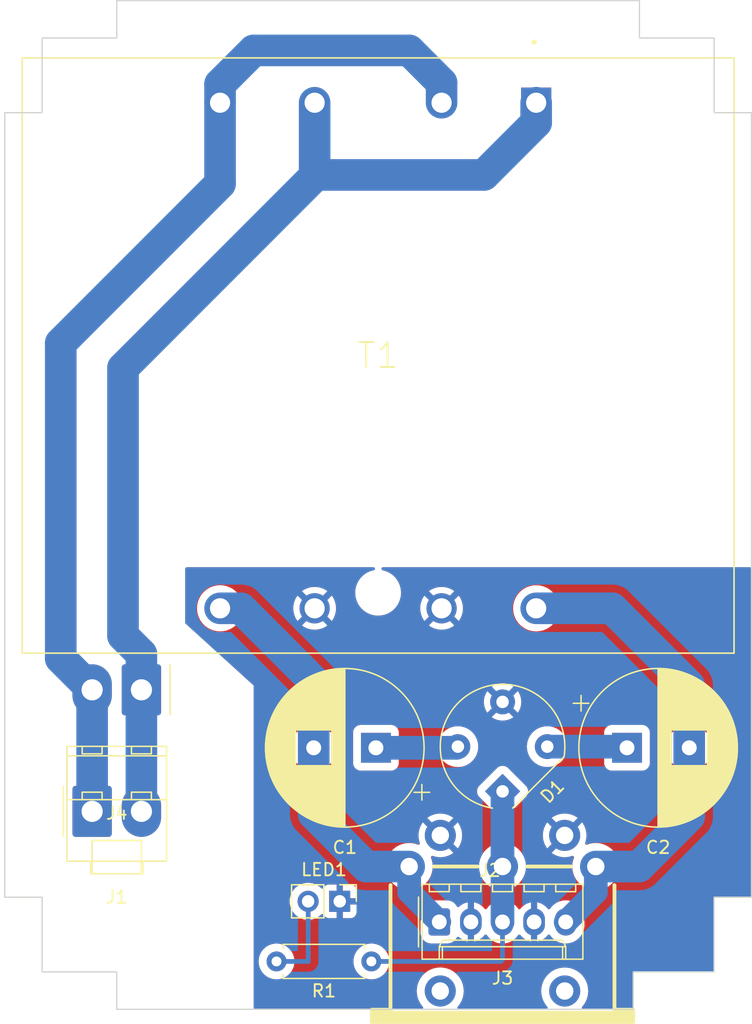
<source format=kicad_pcb>
(kicad_pcb (version 20221018) (generator pcbnew)
  (layers (0 "F.Cu" signal) (31 "B.Cu" signal) (34 "B.Paste" user) (35 "F.Paste" user) (36 "B.SilkS" user "B.Silkscreen") (37 "F.SilkS" user "F.Silkscreen") (38 "B.Mask" user) (39 "F.Mask" user) (44 "Edge.Cuts" user))
  (net 0 "")
  (net 1 "Net-(C1-Pad1)")
  (net 2 "Net-(J2-Pin_1)")
  (net 3 "Net-(C2-Pad1)")
  (net 4 "Net-(J2-Pin_5)")
  (net 5 "GND")
  (net 6 "Net-(D1-+)")
  (net 7 "Net-(J1-Pin_1)")
  (net 8 "Net-(J1-Pin_2)")
  (net 9 "Net-(LED1-Pin_2)")
  (footprint "Connector_PinHeader_2.54mm:PinHeader_1x02_P2.54mm_Vertical" (layer "F.Cu") (at 89.916 100.33 -90)
    (fp_text reference "LED1" (at -2.54 1.265) (layer "F.SilkS"))
    (fp_text value "Conn_01x02")
    (pad "1" thru_hole rect (at 0 0 270) (size 1.7 1.7) (drill 1) (layers "*.Cu" "*.Mask") (net 5 "GND"))
    (pad "2" thru_hole oval (at 0 2.54 270) (size 1.7 1.7) (drill 1) (layers "*.Cu" "*.Mask") (net 9 "Net-(LED1-Pin_2)"))
  )
  (footprint "TRS-80-M3-VID:MIDI_DIN5" (layer "F.Cu") (at 102.99374 100.53339)
    (fp_text reference "J3" (at 0.00626 5.96661) (layer "F.SilkS"))
    (fp_text value "DIN5" hide)
    (pad "" np_thru_hole circle (at -5.00126 6.9977) (size 2.49936 2.49936) (drill 1.397) (layers "F&B.Cu" "*.Mask"))
    (pad "" np_thru_hole circle (at 5.00126 6.9977) (size 2.49936 2.49936) (drill 1.397) (layers "F&B.Cu" "*.Mask"))
    (pad "1" thru_hole circle (at 7.49808 -2.9972) (size 2.49936 2.49936) (drill 1.397) (layers "*.Cu" "*.Mask") (net 4 "Net-(J2-Pin_5)"))
    (pad "2" thru_hole circle (at 0 -2.99974) (size 2.49936 2.49936) (drill 1.397) (layers "*.Cu" "*.Mask") (net 6 "Net-(D1-+)"))
    (pad "3" thru_hole circle (at -7.49808 -2.9972) (size 2.49936 2.49936) (drill 1.397) (layers "*.Cu" "*.Mask") (net 2 "Net-(J2-Pin_1)"))
    (pad "4" thru_hole circle (at 4.99618 -5.4991) (size 2.49936 2.49936) (drill 1.397) (layers "*.Cu" "*.Mask") (net 5 "GND"))
    (pad "5" thru_hole circle (at -4.99618 -5.4991) (size 2.49936 2.49936) (drill 1.397) (layers "*.Cu" "*.Mask") (net 5 "GND"))
  )
  (footprint "Capacitor_THT:CP_Radial_D12.5mm_P5.00mm" (layer "F.Cu") (at 92.823959 88 180)
    (fp_text reference "C1" (at 2.5 -8) (layer "F.SilkS"))
    (fp_text value "2200u")
    (pad "1" thru_hole rect (at 0 0 180) (size 2.4 2.4) (drill 1.2) (layers "*.Cu" "*.Mask") (net 1 "Net-(C1-Pad1)"))
    (pad "2" thru_hole circle (at 5 0 180) (size 2.4 2.4) (drill 1.2) (layers "*.Cu" "*.Mask") (net 2 "Net-(J2-Pin_1)"))
  )
  (footprint "Connector_Molex:Molex_KK-396_A-41791-0002_1x02_P3.96mm_Vertical" (layer "F.Cu") (at 70.02 93.105)
    (fp_text reference "J1" (at 1.98 6.88) (layer "F.SilkS"))
    (fp_text value "Conn_01x02")
    (pad "1" thru_hole roundrect (at 0 0) (size 3.16 4.1) (drill 1.7) (layers "*.Cu" "*.Mask") (roundrect_rratio 0.079114) (net 7 "Net-(J1-Pin_1)"))
    (pad "2" thru_hole oval (at 3.96 0) (size 3.16 4.1) (drill 1.7) (layers "*.Cu" "*.Mask") (net 8 "Net-(J1-Pin_2)"))
  )
  (footprint "Connector_Molex:Molex_KK-396_A-41792-0002_1x02_P3.96mm_Horizontal" (layer "F.Cu") (at 73.98 83.345 180)
    (fp_text reference "J4" (at 1.98 -9.91) (layer "F.SilkS"))
    (fp_text value "Conn_01x02")
    (pad "1" thru_hole roundrect (at 0 0 180) (size 3.16 4.1) (drill 1.7) (layers "*.Cu" "*.Mask") (roundrect_rratio 0.079114) (net 8 "Net-(J1-Pin_2)"))
    (pad "2" thru_hole oval (at 3.96 0 180) (size 3.16 4.1) (drill 1.7) (layers "*.Cu" "*.Mask") (net 7 "Net-(J1-Pin_1)"))
  )
  (footprint "Diode_THT:Diode_Bridge_Round_D9.8mm" (layer "F.Cu") (at 103 91.5 135)
    (fp_text reference "D1" (at -2.828427 2.828427 45) (layer "F.SilkS"))
    (fp_text value "B40C800G" hide)
    (pad "1" thru_hole rect (at 0 0 135) (size 2 2) (drill 1) (layers "*.Cu" "*.Mask") (net 6 "Net-(D1-+)"))
    (pad "2" thru_hole oval (at 0 5.08 135) (size 2 2) (drill 1) (layers "*.Cu" "*.Mask") (net 3 "Net-(C2-Pad1)"))
    (pad "3" thru_hole oval (at 5.08 5.08 135) (size 2 2) (drill 1) (layers "*.Cu" "*.Mask") (net 5 "GND"))
    (pad "4" thru_hole oval (at 5.08 0 135) (size 2 2) (drill 1) (layers "*.Cu" "*.Mask") (net 1 "Net-(C1-Pad1)"))
  )
  (footprint "Resistor_THT:R_Axial_DIN0207_L6.3mm_D2.5mm_P7.62mm_Horizontal" (layer "F.Cu") (at 92.456 105.156 180)
    (fp_text reference "R1" (at 3.81 -2.37) (layer "F.SilkS"))
    (fp_text value "1.5k")
    (pad "1" thru_hole circle (at 0 0 180) (size 1.6 1.6) (drill 0.8) (layers "*.Cu" "*.Mask") (net 6 "Net-(D1-+)"))
    (pad "2" thru_hole oval (at 7.62 0 180) (size 1.6 1.6) (drill 0.8) (layers "*.Cu" "*.Mask") (net 9 "Net-(LED1-Pin_2)"))
  )
  (footprint "Capacitor_THT:CP_Radial_D12.5mm_P5.00mm" (layer "F.Cu") (at 113 88)
    (fp_text reference "C2" (at 2.5 8) (layer "F.SilkS"))
    (fp_text value "2200u")
    (pad "1" thru_hole rect (at 0 0) (size 2.4 2.4) (drill 1.2) (layers "*.Cu" "*.Mask") (net 3 "Net-(C2-Pad1)"))
    (pad "2" thru_hole circle (at 5 0) (size 2.4 2.4) (drill 1.2) (layers "*.Cu" "*.Mask") (net 4 "Net-(J2-Pin_5)"))
  )
  (footprint "M1PSX3:XFMR_DST-6-16" (layer "F.Cu") (at 93 56.5 -90)
    (fp_text reference "T1" (at 0 0) (layer "F.SilkS") (effects (font (size 2 2))))
    (fp_text value "DST-6-16")
    (pad "" np_thru_hole circle (at -19.05 0 270) (size 3.175 3.175) (drill 3.175) (layers "*.Cu" "*.Mask"))
    (pad "" np_thru_hole circle (at 19.05 0 270) (size 3.175 3.175) (drill 3.175) (layers "*.Cu" "*.Mask"))
    (pad "1" thru_hole rect (at -20.3 -12.7 270) (size 2.43 2.43) (drill 1.62) (layers "*.Cu" "*.Mask") (net 8 "Net-(J1-Pin_2)"))
    (pad "2" thru_hole circle (at -20.3 -5.1 270) (size 2.43 2.43) (drill 1.62) (layers "*.Cu" "*.Mask") (net 7 "Net-(J1-Pin_1)"))
    (pad "3" thru_hole circle (at -20.3 5.1 270) (size 2.43 2.43) (drill 1.62) (layers "*.Cu" "*.Mask") (net 8 "Net-(J1-Pin_2)"))
    (pad "4" thru_hole circle (at -20.3 12.7 270) (size 2.43 2.43) (drill 1.62) (layers "*.Cu" "*.Mask") (net 7 "Net-(J1-Pin_1)"))
    (pad "5" thru_hole circle (at 20.3 -12.7 270) (size 2.43 2.43) (drill 1.62) (layers "*.Cu" "*.Mask") (net 4 "Net-(J2-Pin_5)"))
    (pad "6" thru_hole circle (at 20.3 -5.1 270) (size 2.43 2.43) (drill 1.62) (layers "*.Cu" "*.Mask") (net 5 "GND"))
    (pad "7" thru_hole circle (at 20.3 5.1 270) (size 2.43 2.43) (drill 1.62) (layers "*.Cu" "*.Mask") (net 5 "GND"))
    (pad "8" thru_hole circle (at 20.3 12.7 270) (size 2.43 2.43) (drill 1.62) (layers "*.Cu" "*.Mask") (net 2 "Net-(J2-Pin_1)"))
  )
  (footprint "Connector_Molex:Molex_KK-254_AE-6410-05A_1x05_P2.54mm_Vertical" (layer "F.Cu") (at 97.913755 101.985)
    (fp_text reference "J2" (at 4.075 -4.135) (layer "F.SilkS"))
    (fp_text value "1x5")
    (pad "1" thru_hole roundrect (at 0 0) (size 1.74 2.19) (drill 1.19) (layers "*.Cu" "*.Mask") (roundrect_rratio 0.143678) (net 2 "Net-(J2-Pin_1)"))
    (pad "2" thru_hole oval (at 2.54 0) (size 1.74 2.19) (drill 1.19) (layers "*.Cu" "*.Mask") (net 5 "GND"))
    (pad "3" thru_hole oval (at 5.08 0) (size 1.74 2.19) (drill 1.19) (layers "*.Cu" "*.Mask") (net 6 "Net-(D1-+)"))
    (pad "4" thru_hole oval (at 7.62 0) (size 1.74 2.19) (drill 1.19) (layers "*.Cu" "*.Mask") (net 5 "GND"))
    (pad "5" thru_hole oval (at 10.16 0) (size 1.74 2.19) (drill 1.19) (layers "*.Cu" "*.Mask") (net 4 "Net-(J2-Pin_5)"))
  )
  (gr_line (start 66 100) (end 66 106) (stroke (width 0.1)) (layer "Edge.Cuts"))
  (gr_line (start 72 31) (end 72 28) (stroke (width 0.1)) (layer "Edge.Cuts"))
  (gr_line (start 114 28) (end 114 31) (stroke (width 0.1)) (layer "Edge.Cuts"))
  (gr_line (start 113.5 109) (end 72 109) (stroke (width 0.1)) (layer "Edge.Cuts"))
  (gr_line (start 66 100) (end 63 100) (stroke (width 0.1)) (layer "Edge.Cuts"))
  (gr_line (start 66 31) (end 66 37) (stroke (width 0.1)) (layer "Edge.Cuts"))
  (gr_line (start 120 31) (end 120 37) (stroke (width 0.1)) (layer "Edge.Cuts"))
  (gr_line (start 114 31) (end 120 31) (stroke (width 0.1)) (layer "Edge.Cuts"))
  (gr_line (start 123 37) (end 120 37) (stroke (width 0.1)) (layer "Edge.Cuts"))
  (gr_line (start 120 106) (end 113.5 106) (stroke (width 0.1)) (layer "Edge.Cuts"))
  (gr_line (start 72 106) (end 66 106) (stroke (width 0.1)) (layer "Edge.Cuts"))
  (gr_line (start 120 100) (end 120 106) (stroke (width 0.1)) (layer "Edge.Cuts"))
  (gr_line (start 72 109) (end 72 106) (stroke (width 0.1)) (layer "Edge.Cuts"))
  (gr_line (start 66 37) (end 63 37) (stroke (width 0.1)) (layer "Edge.Cuts"))
  (gr_line (start 123 100) (end 120 100) (stroke (width 0.1)) (layer "Edge.Cuts"))
  (gr_line (start 63 100) (end 63 37) (stroke (width 0.1)) (layer "Edge.Cuts"))
  (gr_line (start 72 28) (end 114 28) (stroke (width 0.1)) (layer "Edge.Cuts"))
  (gr_line (start 123 37) (end 123 100) (stroke (width 0.1)) (layer "Edge.Cuts"))
  (gr_line (start 113.5 109) (end 113.5 106) (stroke (width 0.1)) (layer "Edge.Cuts"))
  (gr_line (start 66 31) (end 72 31) (stroke (width 0.1)) (layer "Edge.Cuts"))
  (segment (start 92.823959 88) (end 99.315796 88) (width 1.905) (layer "B.Cu") (net 1))
  (segment (start 99.315796 88) (end 99.407898 87.907898) (width 1.905) (layer "B.Cu") (net 1))
  (segment (start 92.03619 97.53619) (end 95.49566 97.53619) (width 2.54) (layer "B.Cu") (net 2))
  (segment (start 95.49566 97.53619) (end 95.49566 99.566905) (width 1.905) (layer "B.Cu") (net 2))
  (segment (start 87.823959 82.647918) (end 87.823959 88) (width 2.54) (layer "B.Cu") (net 2))
  (segment (start 80.3 76.8) (end 81.976041 76.8) (width 2.54) (layer "B.Cu") (net 2))
  (segment (start 87.823959 93.323959) (end 92.03619 97.53619) (width 2.54) (layer "B.Cu") (net 2))
  (segment (start 81.976041 76.8) (end 87.823959 82.647918) (width 2.54) (layer "B.Cu") (net 2))
  (segment (start 95.49566 99.566905) (end 97.913755 101.985) (width 1.905) (layer "B.Cu") (net 2))
  (segment (start 87.823959 88) (end 87.823959 93.323959) (width 2.54) (layer "B.Cu") (net 2))
  (segment (start 106.592102 87.907898) (end 112.907898 87.907898) (width 1.905) (layer "B.Cu") (net 3))
  (segment (start 112.907898 87.907898) (end 113 88) (width 1.905) (layer "B.Cu") (net 3))
  (segment (start 110.49182 97.53619) (end 110.49182 99.586935) (width 1.905) (layer "B.Cu") (net 4))
  (segment (start 110.49182 99.586935) (end 108.073755 102.005) (width 1.905) (layer "B.Cu") (net 4))
  (segment (start 118 93.5) (end 113.96381 97.53619) (width 2.54) (layer "B.Cu") (net 4))
  (segment (start 111.8 76.8) (end 118 83) (width 2.54) (layer "B.Cu") (net 4))
  (segment (start 113.96381 97.53619) (end 110.49182 97.53619) (width 2.54) (layer "B.Cu") (net 4))
  (segment (start 105.7 76.8) (end 111.8 76.8) (width 2.54) (layer "B.Cu") (net 4))
  (segment (start 118 83) (end 118 93.5) (width 2.54) (layer "B.Cu") (net 4))
  (segment (start 102.99374 97.53365) (end 102.99374 102.004985) (width 1.905) (layer "B.Cu") (net 6))
  (segment (start 102.99374 91.50626) (end 103 91.5) (width 1.905) (layer "B.Cu") (net 6))
  (segment (start 102.86351 105.156) (end 102.993755 105.025755) (width 0.381) (layer "B.Cu") (net 6))
  (segment (start 102.99374 97.53365) (end 102.99374 91.50626) (width 1.905) (layer "B.Cu") (net 6))
  (segment (start 102.993755 105.025755) (end 102.993755 101.985) (width 0.381) (layer "B.Cu") (net 6))
  (segment (start 92.456 105.156) (end 102.86351 105.156) (width 0.381) (layer "B.Cu") (net 6))
  (segment (start 80.3 42.7) (end 67.5 55.5) (width 2.54) (layer "B.Cu") (net 7))
  (segment (start 70.02 83.345) (end 70.02 93.105) (width 2.54) (layer "B.Cu") (net 7))
  (segment (start 80.3 34.7) (end 83 32) (width 2.54) (layer "B.Cu") (net 7))
  (segment (start 83 32) (end 95.5 32) (width 2.54) (layer "B.Cu") (net 7))
  (segment (start 80.3 36.2) (end 80.3 34.7) (width 2.54) (layer "B.Cu") (net 7))
  (segment (start 95.5 32) (end 98.1 34.6) (width 2.54) (layer "B.Cu") (net 7))
  (segment (start 80.3 36.2) (end 80.3 42.7) (width 2.54) (layer "B.Cu") (net 7))
  (segment (start 98.1 34.6) (end 98.1 36.2) (width 2.54) (layer "B.Cu") (net 7))
  (segment (start 67.5 80.825) (end 70.02 83.345) (width 2.54) (layer "B.Cu") (net 7))
  (segment (start 67.5 55.5) (end 67.5 80.825) (width 2.54) (layer "B.Cu") (net 7))
  (segment (start 105.7 37.8) (end 105.7 36.2) (width 2.54) (layer "B.Cu") (net 8))
  (segment (start 72.5 79) (end 72.5 57.5) (width 2.54) (layer "B.Cu") (net 8))
  (segment (start 87.9 42.1) (end 87.9 36.2) (width 2.54) (layer "B.Cu") (net 8))
  (segment (start 87.9 42) (end 101.5 42) (width 2.54) (layer "B.Cu") (net 8))
  (segment (start 101.5 42) (end 105.7 37.8) (width 2.54) (layer "B.Cu") (net 8))
  (segment (start 72.5 57.5) (end 87.9 42.1) (width 2.54) (layer "B.Cu") (net 8))
  (segment (start 73.98 83.345) (end 73.98 93.105) (width 2.54) (layer "B.Cu") (net 8))
  (segment (start 73.98 80.48) (end 72.5 79) (width 2.54) (layer "B.Cu") (net 8))
  (segment (start 73.98 83.345) (end 73.98 80.48) (width 2.54) (layer "B.Cu") (net 8))
  (segment (start 87.381 100.335) (end 87.376 100.33) (width 0.381) (layer "B.Cu") (net 9))
  (segment (start 87.381 105.151) (end 87.381 100.335) (width 0.381) (layer "B.Cu") (net 9))
  (segment (start 84.836 105.156) (end 87.376 105.156) (width 0.381) (layer "B.Cu") (net 9))
  (segment (start 87.376 105.156) (end 87.381 105.151) (width 0.25) (layer "B.Cu") (net 9))
  (zone (net 5) (net_name "GND") (layers "F&B.Cu") (connect_pads (clearance 0.635)) (min_thickness 0.25) (fill yes (thermal_gap 0.5) (thermal_bridge_width 0.5) (island_removal_mode 1) (island_area_min 10))
    (polygon (pts (xy 120 106) (xy 113.5 106) (xy 113.5 109) (xy 83 109) (xy 83 83) (xy 77.5 78) (xy 77.5 73.5) (xy 123 73.5) (xy 123 100) (xy 120 100)))
  )
)
</source>
